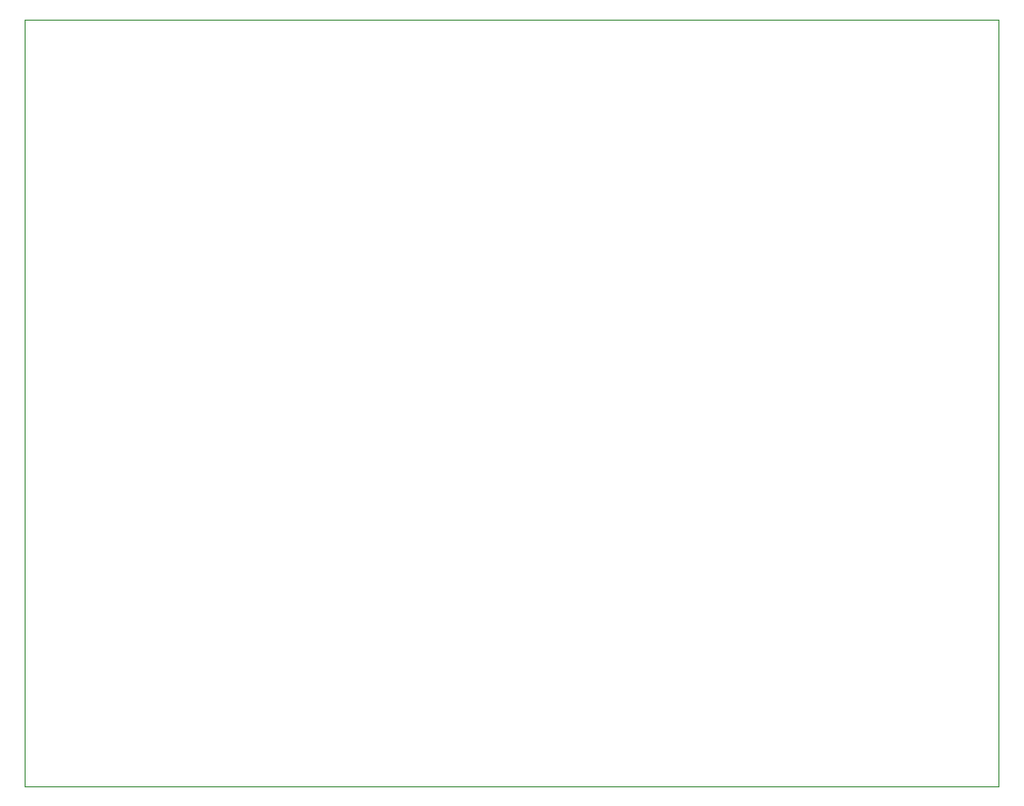
<source format=gbr>
%TF.GenerationSoftware,KiCad,Pcbnew,(6.0.7)*%
%TF.CreationDate,2022-08-13T21:24:58+02:00*%
%TF.ProjectId,SD_interrupter,53445f69-6e74-4657-9272-75707465722e,rev?*%
%TF.SameCoordinates,Original*%
%TF.FileFunction,Profile,NP*%
%FSLAX46Y46*%
G04 Gerber Fmt 4.6, Leading zero omitted, Abs format (unit mm)*
G04 Created by KiCad (PCBNEW (6.0.7)) date 2022-08-13 21:24:58*
%MOMM*%
%LPD*%
G01*
G04 APERTURE LIST*
%TA.AperFunction,Profile*%
%ADD10C,0.100000*%
%TD*%
G04 APERTURE END LIST*
D10*
X21590000Y-25146000D02*
X105410000Y-25146000D01*
X105410000Y-25146000D02*
X105410000Y-91186000D01*
X105410000Y-91186000D02*
X21590000Y-91186000D01*
X21590000Y-91186000D02*
X21590000Y-25146000D01*
M02*

</source>
